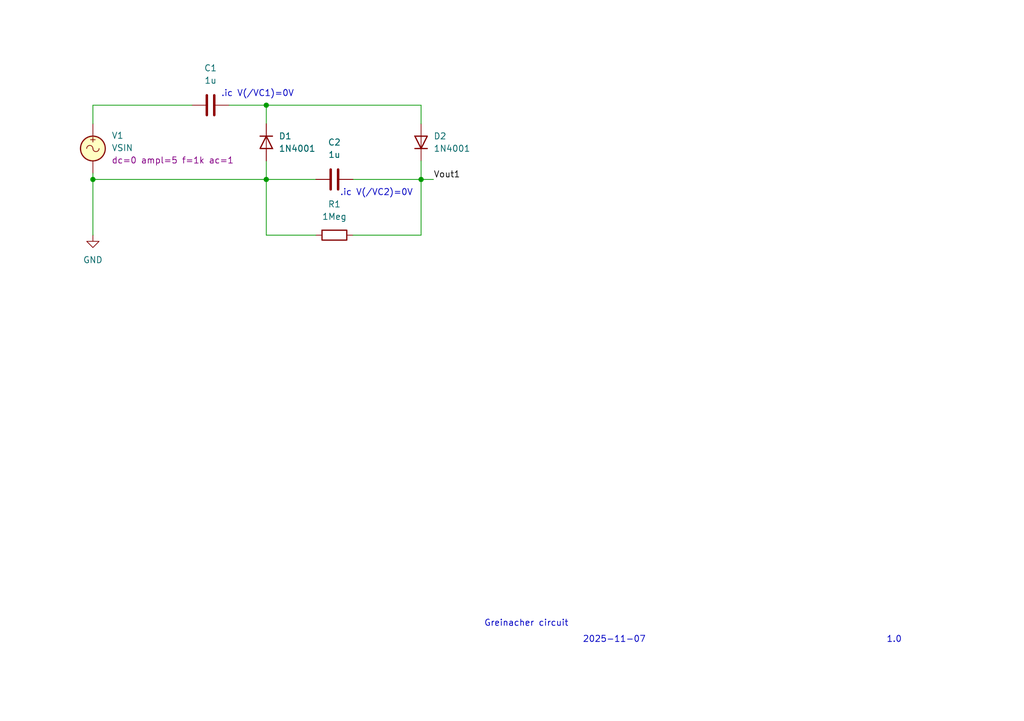
<source format=kicad_sch>
(kicad_sch (version 20250114) (generator "eeschema") (generator_version "9.0")
  (paper "A5")
  (lib_symbols
    (symbol "Device:C" (pin_numbers (hide yes)) (pin_names (offset 0.254))
      (property "Reference" "C" (at 0.635 2.54 0))
      (property "Value" "C" (at 0.635 -2.54 0))
      (symbol "C_0_1"
        (polyline (pts (xy -2.032 0.762) (xy 2.032 0.762)) (stroke (width 0.508)))
        (polyline (pts (xy -2.032 -0.762) (xy 2.032 -0.762)) (stroke (width 0.508)))
      )
      (symbol "C_1_1"
        (pin passive line (at 0 3.81 270) (length 2.794) (name "~") (number "1"))
        (pin passive line (at 0 -3.81 90) (length 2.794) (name "~") (number "2"))
      )
    )
    (symbol "Device:R" (pin_numbers (hide yes)) (pin_names (offset 0))
      (property "Reference" "R" (at 2.032 0 90))
      (property "Value" "R" (at 0 0 90))
      (symbol "R_0_1"
        (rectangle (start -1.016 -2.54) (end 1.016 2.54) (stroke (width 0.254)))
      )
      (symbol "R_1_1"
        (pin passive line (at 0 3.81 270) (length 1.27) (name "~") (number "1"))
        (pin passive line (at 0 -3.81 90) (length 1.27) (name "~") (number "2"))
      )
    )
    (symbol "Diode:1N4001" (pin_numbers (hide yes)) (pin_names (hide yes))
      (property "Reference" "D" (at 0 2.54 0))
      (property "Value" "1N4001" (at 0 -2.54 0))
      (symbol "1N4001_0_1"
        (polyline (pts (xy -1.27 1.27) (xy -1.27 -1.27)) (stroke (width 0.254)))
        (polyline (pts (xy 1.27 1.27) (xy 1.27 -1.27) (xy -1.27 0) (xy 1.27 1.27)) (stroke (width 0.254)))
        (polyline (pts (xy 1.27 0) (xy -1.27 0)))
      )
      (symbol "1N4001_1_1"
        (pin passive line (at -3.81 0 0) (length 2.54) (name "K") (number "1"))
        (pin passive line (at 3.81 0 180) (length 2.54) (name "A") (number "2"))
      )
    )
    (symbol "Simulation_SPICE:VSIN" (pin_numbers (hide yes)) (pin_names (offset 0.0254))
      (property "Reference" "V" (at 2.54 2.54 0))
      (property "Value" "VSIN" (at 2.54 0 0))
      (property "Sim.Params" "dc=0 ampl=1 f=1k ac=1" (at 2.54 -2.54 0))
      (symbol "VSIN_0_0"
        (arc (start -1.27 0) (mid -0.635 0.6323) (end 0 0))
        (arc (start 1.27 0) (mid 0.635 -0.6323) (end 0 0))
        (text "+" (at 0 1.905 0) (effects (font (size 1.27 1.27))))
      )
      (symbol "VSIN_0_1"
        (circle (center 0 0) (radius 2.54) (stroke (width 0.254)) (fill (type background)))
      )
      (symbol "VSIN_1_1"
        (pin passive line (at 0 5.08 270) (length 2.54) (name "~") (number "1"))
        (pin passive line (at 0 -5.08 90) (length 2.54) (name "~") (number "2"))
      )
    )
    (symbol "power:GND" (power) (pin_numbers (hide yes)) (pin_names (offset 0) (hide yes))
      (property "Value" "GND" (at 0 -3.81 0))
      (symbol "GND_0_1"
        (polyline (pts (xy 0 0) (xy 0 -1.27) (xy 1.27 -1.27) (xy 0 -2.54) (xy -1.27 -1.27) (xy 0 -1.27)))
      )
      (symbol "GND_1_1"
        (pin power_in line (at 0 0 270) (length 0) (name "~") (number "1"))
      )
    )
  )
  (text "1.0" (at 183.388 131.318 0) (effects (font (size 1.27 1.27))))
  (text ".ic V(/VC2)=0V" (at 77.216 39.624 0) (effects (font (size 1.27 1.27))))
  (text "1.0" (at 392.684 280.416 0) (effects (font (size 1.27 1.27))))
  (text "Greinacher circuit" (at 107.95 128.016 0) (effects (font (size 1.27 1.27))))
  (text "2025-11-07" (at 335.026 280.416 0) (effects (font (size 1.27 1.27))))
  (text "Villard Voltage Doubler" (at 320.294 276.606 0) (effects (font (size 1.27 1.27))))
  (text "2025-11-07" (at 125.984 131.318 0) (effects (font (size 1.27 1.27))))
  (text ".ic V(/VC1)=0V" (at 52.832 19.304 0) (effects (font (size 1.27 1.27))))
  (junction (at 54.61 36.83))
  (junction (at 19.05 36.83))
  (junction (at 86.36 36.83))
  (junction (at 54.61 21.59))
  (wire (pts (xy 86.36 33.02) (xy 86.36 36.83)))
  (wire (pts (xy 54.61 33.02) (xy 54.61 36.83)))
  (wire (pts (xy 19.05 36.83) (xy 19.05 35.56)))
  (wire (pts (xy 54.61 48.26) (xy 54.61 36.83)))
  (wire (pts (xy 86.36 48.26) (xy 86.36 36.83)))
  (wire (pts (xy 54.61 36.83) (xy 64.77 36.83)))
  (wire (pts (xy 86.36 21.59) (xy 54.61 21.59)))
  (wire (pts (xy 19.05 36.83) (xy 54.61 36.83)))
  (wire (pts (xy 19.05 36.83) (xy 19.05 48.26)))
  (wire (pts (xy 86.36 25.4) (xy 86.36 21.59)))
  (wire (pts (xy 64.77 48.26) (xy 54.61 48.26)))
  (wire (pts (xy 19.05 21.59) (xy 39.37 21.59)))
  (wire (pts (xy 46.99 21.59) (xy 54.61 21.59)))
  (wire (pts (xy 19.05 25.4) (xy 19.05 21.59)))
  (wire (pts (xy 72.39 48.26) (xy 86.36 48.26)))
  (wire (pts (xy 88.9 36.83) (xy 86.36 36.83)))
  (wire (pts (xy 72.39 36.83) (xy 86.36 36.83)))
  (wire (pts (xy 54.61 21.59) (xy 54.61 25.4)))
  (label "Vout1" (at 88.9 36.83 0))
  (symbol (lib_id "Simulation_SPICE:VSIN") (at 19.05 30.48 0) (unit 1)
    (property "Reference" "V1" (at 22.86 27.8101 0) (effects (justify left)))
    (property "Value" "VSIN" (at 22.86 30.3501 0) (effects (justify left)))
    (property "Datasheet" "https://ngspice.sourceforge.io/docs/ngspice-html-manual/manual.xhtml#sec_Independent_Sources_for" (effects (hide yes)))
    (property "Description" "Voltage source, sinusoidal" (effects (hide yes)))
    (property "Sim.Pins" "1=+ 2=-" (effects (hide yes)))
    (property "Sim.Params" "dc=0 ampl=5 f=1k ac=1" (at 22.86 32.8901 0) (effects (justify left)))
    (property "Sim.Type" "SIN" (effects (hide yes)))
    (property "Sim.Device" "V" (effects (hide yes)))
  )
  (symbol (lib_id "Diode:1N4001") (at 54.61 29.21 270) (unit 1)
    (property "Reference" "D1" (at 57.15 27.9399 90) (effects (justify left)))
    (property "Value" "1N4001" (at 57.15 30.4799 90) (effects (justify left)))
    (property "Footprint" "Diode_THT:D_DO-41_SOD81_P10.16mm_Horizontal" (effects (hide yes)))
    (property "Datasheet" "http://www.vishay.com/docs/88503/1n4001.pdf" (effects (hide yes)))
    (property "Description" "50V 1A General Purpose Rectifier Diode, DO-41" (effects (hide yes)))
    (property "Sim.Device" "D" (effects (hide yes)))
    (property "Sim.Pins" "1=K 2=A" (effects (hide yes)))
  )
  (symbol (lib_id "Diode:1N4001") (at 86.36 29.21 90) (unit 1)
    (property "Reference" "D2" (at 88.9 27.9399 90) (effects (justify right)))
    (property "Value" "1N4001" (at 88.9 30.4799 90) (effects (justify right)))
    (property "Footprint" "Diode_THT:D_DO-41_SOD81_P10.16mm_Horizontal" (effects (hide yes)))
    (property "Datasheet" "http://www.vishay.com/docs/88503/1n4001.pdf" (effects (hide yes)))
    (property "Description" "50V 1A General Purpose Rectifier Diode, DO-41" (effects (hide yes)))
    (property "Sim.Device" "D" (effects (hide yes)))
    (property "Sim.Pins" "1=K 2=A" (effects (hide yes)))
  )
  (symbol (lib_id "Device:C") (at 68.58 36.83 90) (unit 1)
    (property "Reference" "C2" (at 68.58 29.21 90))
    (property "Value" "1u" (at 68.58 31.75 90))
    (property "Description" "Unpolarized capacitor" (effects (hide yes)))
  )
  (symbol (lib_id "Device:C") (at 43.18 21.59 90) (unit 1)
    (property "Reference" "C1" (at 43.18 13.97 90))
    (property "Value" "1u" (at 43.18 16.51 90))
    (property "Description" "Unpolarized capacitor" (effects (hide yes)))
  )
  (symbol (lib_id "Device:R") (at 68.58 48.26 90) (unit 1)
    (property "Reference" "R1" (at 68.58 41.91 90))
    (property "Value" "1Meg" (at 68.58 44.45 90))
    (property "Description" "Resistor" (effects (hide yes)))
  )
  (symbol (lib_id "power:GND") (at 19.05 48.26 0) (unit 1)
    (property "Reference" "#PWR01" (effects (hide yes)))
    (property "Value" "GND" (at 19.05 53.34 0))
    (property "Description" "Power symbol creates a global label with name \"GND\" , ground" (effects (hide yes)))
  )
)
</source>
